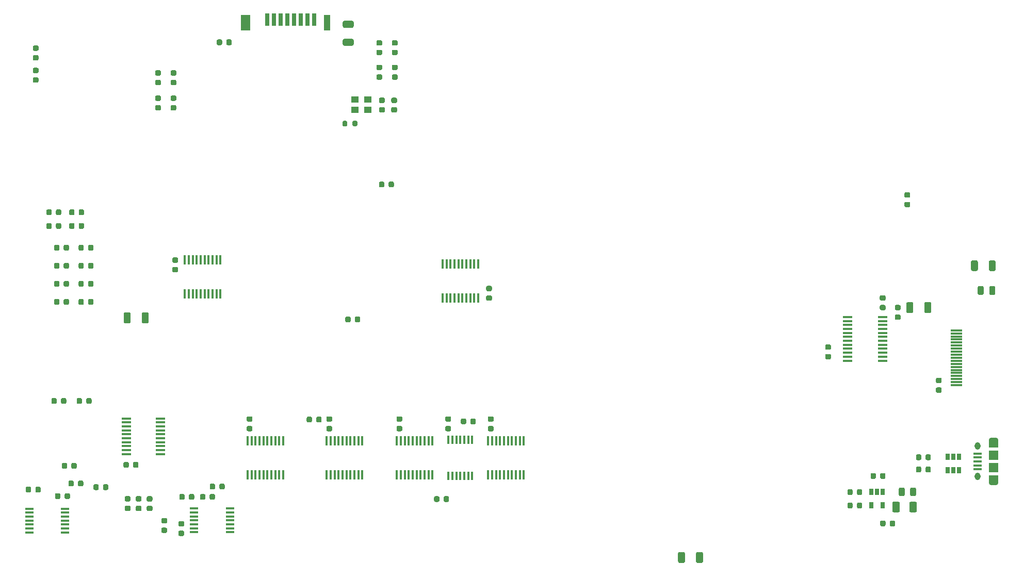
<source format=gbr>
G04 #@! TF.GenerationSoftware,KiCad,Pcbnew,5.1.9+dfsg1-1~bpo10+1*
G04 #@! TF.CreationDate,2023-04-02T14:24:10+02:00*
G04 #@! TF.ProjectId,nubus-to-ztex,6e756275-732d-4746-9f2d-7a7465782e6b,rev?*
G04 #@! TF.SameCoordinates,Original*
G04 #@! TF.FileFunction,Paste,Top*
G04 #@! TF.FilePolarity,Positive*
%FSLAX46Y46*%
G04 Gerber Fmt 4.6, Leading zero omitted, Abs format (unit mm)*
G04 Created by KiCad (PCBNEW 5.1.9+dfsg1-1~bpo10+1) date 2023-04-02 14:24:10*
%MOMM*%
%LPD*%
G01*
G04 APERTURE LIST*
%ADD10R,0.650000X1.060000*%
%ADD11O,0.950000X1.250000*%
%ADD12R,1.550000X1.200000*%
%ADD13O,1.550000X0.890000*%
%ADD14R,1.550000X1.500000*%
%ADD15R,1.350000X0.400000*%
%ADD16R,1.500000X2.600000*%
%ADD17R,1.000000X2.600000*%
%ADD18R,0.700000X2.000000*%
%ADD19R,1.300000X1.100000*%
%ADD20R,1.550000X0.450000*%
%ADD21R,0.450000X1.550000*%
%ADD22R,0.450000X1.450000*%
%ADD23R,1.450000X0.450000*%
%ADD24R,1.570000X0.410000*%
%ADD25R,1.900000X0.300000*%
G04 APERTURE END LIST*
D10*
X265400000Y-80495000D03*
X266350000Y-80495000D03*
X264450000Y-80495000D03*
X264450000Y-78295000D03*
X265400000Y-78295000D03*
X266350000Y-78295000D03*
G36*
G01*
X223175000Y-95500001D02*
X223175000Y-94199999D01*
G75*
G02*
X223424999Y-93950000I249999J0D01*
G01*
X224075001Y-93950000D01*
G75*
G02*
X224325000Y-94199999I0J-249999D01*
G01*
X224325000Y-95500001D01*
G75*
G02*
X224075001Y-95750000I-249999J0D01*
G01*
X223424999Y-95750000D01*
G75*
G02*
X223175000Y-95500001I0J249999D01*
G01*
G37*
G36*
G01*
X220225000Y-95500001D02*
X220225000Y-94199999D01*
G75*
G02*
X220474999Y-93950000I249999J0D01*
G01*
X221125001Y-93950000D01*
G75*
G02*
X221375000Y-94199999I0J-249999D01*
G01*
X221375000Y-95500001D01*
G75*
G02*
X221125001Y-95750000I-249999J0D01*
G01*
X220474999Y-95750000D01*
G75*
G02*
X220225000Y-95500001I0J249999D01*
G01*
G37*
G36*
G01*
X258850000Y-53159999D02*
X258850000Y-54460001D01*
G75*
G02*
X258600001Y-54710000I-249999J0D01*
G01*
X257949999Y-54710000D01*
G75*
G02*
X257700000Y-54460001I0J249999D01*
G01*
X257700000Y-53159999D01*
G75*
G02*
X257949999Y-52910000I249999J0D01*
G01*
X258600001Y-52910000D01*
G75*
G02*
X258850000Y-53159999I0J-249999D01*
G01*
G37*
G36*
G01*
X261800000Y-53159999D02*
X261800000Y-54460001D01*
G75*
G02*
X261550001Y-54710000I-249999J0D01*
G01*
X260899999Y-54710000D01*
G75*
G02*
X260650000Y-54460001I0J249999D01*
G01*
X260650000Y-53159999D01*
G75*
G02*
X260899999Y-52910000I249999J0D01*
G01*
X261550001Y-52910000D01*
G75*
G02*
X261800000Y-53159999I0J-249999D01*
G01*
G37*
G36*
G01*
X166750001Y-7865000D02*
X165449999Y-7865000D01*
G75*
G02*
X165200000Y-7615001I0J249999D01*
G01*
X165200000Y-6964999D01*
G75*
G02*
X165449999Y-6715000I249999J0D01*
G01*
X166750001Y-6715000D01*
G75*
G02*
X167000000Y-6964999I0J-249999D01*
G01*
X167000000Y-7615001D01*
G75*
G02*
X166750001Y-7865000I-249999J0D01*
G01*
G37*
G36*
G01*
X166750001Y-10815000D02*
X165449999Y-10815000D01*
G75*
G02*
X165200000Y-10565001I0J249999D01*
G01*
X165200000Y-9914999D01*
G75*
G02*
X165449999Y-9665000I249999J0D01*
G01*
X166750001Y-9665000D01*
G75*
G02*
X167000000Y-9914999I0J-249999D01*
G01*
X167000000Y-10565001D01*
G75*
G02*
X166750001Y-10815000I-249999J0D01*
G01*
G37*
G36*
G01*
X132200000Y-56150001D02*
X132200000Y-54849999D01*
G75*
G02*
X132449999Y-54600000I249999J0D01*
G01*
X133100001Y-54600000D01*
G75*
G02*
X133350000Y-54849999I0J-249999D01*
G01*
X133350000Y-56150001D01*
G75*
G02*
X133100001Y-56400000I-249999J0D01*
G01*
X132449999Y-56400000D01*
G75*
G02*
X132200000Y-56150001I0J249999D01*
G01*
G37*
G36*
G01*
X129250000Y-56150001D02*
X129250000Y-54849999D01*
G75*
G02*
X129499999Y-54600000I249999J0D01*
G01*
X130150001Y-54600000D01*
G75*
G02*
X130400000Y-54849999I0J-249999D01*
G01*
X130400000Y-56150001D01*
G75*
G02*
X130150001Y-56400000I-249999J0D01*
G01*
X129499999Y-56400000D01*
G75*
G02*
X129250000Y-56150001I0J249999D01*
G01*
G37*
D11*
X269350000Y-76570000D03*
X269350000Y-81570000D03*
D12*
X272050000Y-76170000D03*
X272050000Y-81970000D03*
D13*
X272050000Y-75570000D03*
D14*
X272050000Y-78070000D03*
X272050000Y-80070000D03*
D13*
X272050000Y-82570000D03*
D15*
X269350000Y-77770000D03*
X269350000Y-78420000D03*
X269350000Y-79070000D03*
X269350000Y-79720000D03*
X269350000Y-80370000D03*
D16*
X149250000Y-7050000D03*
D17*
X162600000Y-7050000D03*
D18*
X152800000Y-6550000D03*
X153900000Y-6550000D03*
X155000000Y-6550000D03*
X156100000Y-6550000D03*
X157200000Y-6550000D03*
X158300000Y-6550000D03*
X159400000Y-6550000D03*
X160500000Y-6550000D03*
D19*
X169310000Y-21325000D03*
X167210000Y-21325000D03*
X167210000Y-19675000D03*
X169310000Y-19675000D03*
G36*
G01*
X118130000Y-38414584D02*
X118130000Y-37902084D01*
G75*
G02*
X118348750Y-37683334I218750J0D01*
G01*
X118786250Y-37683334D01*
G75*
G02*
X119005000Y-37902084I0J-218750D01*
G01*
X119005000Y-38414584D01*
G75*
G02*
X118786250Y-38633334I-218750J0D01*
G01*
X118348750Y-38633334D01*
G75*
G02*
X118130000Y-38414584I0J218750D01*
G01*
G37*
G36*
G01*
X116555000Y-38414584D02*
X116555000Y-37902084D01*
G75*
G02*
X116773750Y-37683334I218750J0D01*
G01*
X117211250Y-37683334D01*
G75*
G02*
X117430000Y-37902084I0J-218750D01*
G01*
X117430000Y-38414584D01*
G75*
G02*
X117211250Y-38633334I-218750J0D01*
G01*
X116773750Y-38633334D01*
G75*
G02*
X116555000Y-38414584I0J218750D01*
G01*
G37*
G36*
G01*
X118130000Y-40666250D02*
X118130000Y-40153750D01*
G75*
G02*
X118348750Y-39935000I218750J0D01*
G01*
X118786250Y-39935000D01*
G75*
G02*
X119005000Y-40153750I0J-218750D01*
G01*
X119005000Y-40666250D01*
G75*
G02*
X118786250Y-40885000I-218750J0D01*
G01*
X118348750Y-40885000D01*
G75*
G02*
X118130000Y-40666250I0J218750D01*
G01*
G37*
G36*
G01*
X116555000Y-40666250D02*
X116555000Y-40153750D01*
G75*
G02*
X116773750Y-39935000I218750J0D01*
G01*
X117211250Y-39935000D01*
G75*
G02*
X117430000Y-40153750I0J-218750D01*
G01*
X117430000Y-40666250D01*
G75*
G02*
X117211250Y-40885000I-218750J0D01*
G01*
X116773750Y-40885000D01*
G75*
G02*
X116555000Y-40666250I0J218750D01*
G01*
G37*
G36*
G01*
X122702634Y-43720792D02*
X122702634Y-44233292D01*
G75*
G02*
X122483884Y-44452042I-218750J0D01*
G01*
X122046384Y-44452042D01*
G75*
G02*
X121827634Y-44233292I0J218750D01*
G01*
X121827634Y-43720792D01*
G75*
G02*
X122046384Y-43502042I218750J0D01*
G01*
X122483884Y-43502042D01*
G75*
G02*
X122702634Y-43720792I0J-218750D01*
G01*
G37*
G36*
G01*
X124277634Y-43720792D02*
X124277634Y-44233292D01*
G75*
G02*
X124058884Y-44452042I-218750J0D01*
G01*
X123621384Y-44452042D01*
G75*
G02*
X123402634Y-44233292I0J218750D01*
G01*
X123402634Y-43720792D01*
G75*
G02*
X123621384Y-43502042I218750J0D01*
G01*
X124058884Y-43502042D01*
G75*
G02*
X124277634Y-43720792I0J-218750D01*
G01*
G37*
G36*
G01*
X122702634Y-46687458D02*
X122702634Y-47199958D01*
G75*
G02*
X122483884Y-47418708I-218750J0D01*
G01*
X122046384Y-47418708D01*
G75*
G02*
X121827634Y-47199958I0J218750D01*
G01*
X121827634Y-46687458D01*
G75*
G02*
X122046384Y-46468708I218750J0D01*
G01*
X122483884Y-46468708D01*
G75*
G02*
X122702634Y-46687458I0J-218750D01*
G01*
G37*
G36*
G01*
X124277634Y-46687458D02*
X124277634Y-47199958D01*
G75*
G02*
X124058884Y-47418708I-218750J0D01*
G01*
X123621384Y-47418708D01*
G75*
G02*
X123402634Y-47199958I0J218750D01*
G01*
X123402634Y-46687458D01*
G75*
G02*
X123621384Y-46468708I218750J0D01*
G01*
X124058884Y-46468708D01*
G75*
G02*
X124277634Y-46687458I0J-218750D01*
G01*
G37*
G36*
G01*
X122702634Y-49654124D02*
X122702634Y-50166624D01*
G75*
G02*
X122483884Y-50385374I-218750J0D01*
G01*
X122046384Y-50385374D01*
G75*
G02*
X121827634Y-50166624I0J218750D01*
G01*
X121827634Y-49654124D01*
G75*
G02*
X122046384Y-49435374I218750J0D01*
G01*
X122483884Y-49435374D01*
G75*
G02*
X122702634Y-49654124I0J-218750D01*
G01*
G37*
G36*
G01*
X124277634Y-49654124D02*
X124277634Y-50166624D01*
G75*
G02*
X124058884Y-50385374I-218750J0D01*
G01*
X123621384Y-50385374D01*
G75*
G02*
X123402634Y-50166624I0J218750D01*
G01*
X123402634Y-49654124D01*
G75*
G02*
X123621384Y-49435374I218750J0D01*
G01*
X124058884Y-49435374D01*
G75*
G02*
X124277634Y-49654124I0J-218750D01*
G01*
G37*
G36*
G01*
X122702634Y-52620792D02*
X122702634Y-53133292D01*
G75*
G02*
X122483884Y-53352042I-218750J0D01*
G01*
X122046384Y-53352042D01*
G75*
G02*
X121827634Y-53133292I0J218750D01*
G01*
X121827634Y-52620792D01*
G75*
G02*
X122046384Y-52402042I218750J0D01*
G01*
X122483884Y-52402042D01*
G75*
G02*
X122702634Y-52620792I0J-218750D01*
G01*
G37*
G36*
G01*
X124277634Y-52620792D02*
X124277634Y-53133292D01*
G75*
G02*
X124058884Y-53352042I-218750J0D01*
G01*
X123621384Y-53352042D01*
G75*
G02*
X123402634Y-53133292I0J218750D01*
G01*
X123402634Y-52620792D01*
G75*
G02*
X123621384Y-52402042I218750J0D01*
G01*
X124058884Y-52402042D01*
G75*
G02*
X124277634Y-52620792I0J-218750D01*
G01*
G37*
G36*
G01*
X170947939Y-11481035D02*
X171460439Y-11481035D01*
G75*
G02*
X171679189Y-11699785I0J-218750D01*
G01*
X171679189Y-12137285D01*
G75*
G02*
X171460439Y-12356035I-218750J0D01*
G01*
X170947939Y-12356035D01*
G75*
G02*
X170729189Y-12137285I0J218750D01*
G01*
X170729189Y-11699785D01*
G75*
G02*
X170947939Y-11481035I218750J0D01*
G01*
G37*
G36*
G01*
X170947939Y-9906035D02*
X171460439Y-9906035D01*
G75*
G02*
X171679189Y-10124785I0J-218750D01*
G01*
X171679189Y-10562285D01*
G75*
G02*
X171460439Y-10781035I-218750J0D01*
G01*
X170947939Y-10781035D01*
G75*
G02*
X170729189Y-10562285I0J218750D01*
G01*
X170729189Y-10124785D01*
G75*
G02*
X170947939Y-9906035I218750J0D01*
G01*
G37*
G36*
G01*
X173487939Y-11481035D02*
X174000439Y-11481035D01*
G75*
G02*
X174219189Y-11699785I0J-218750D01*
G01*
X174219189Y-12137285D01*
G75*
G02*
X174000439Y-12356035I-218750J0D01*
G01*
X173487939Y-12356035D01*
G75*
G02*
X173269189Y-12137285I0J218750D01*
G01*
X173269189Y-11699785D01*
G75*
G02*
X173487939Y-11481035I218750J0D01*
G01*
G37*
G36*
G01*
X173487939Y-9906035D02*
X174000439Y-9906035D01*
G75*
G02*
X174219189Y-10124785I0J-218750D01*
G01*
X174219189Y-10562285D01*
G75*
G02*
X174000439Y-10781035I-218750J0D01*
G01*
X173487939Y-10781035D01*
G75*
G02*
X173269189Y-10562285I0J218750D01*
G01*
X173269189Y-10124785D01*
G75*
G02*
X173487939Y-9906035I218750J0D01*
G01*
G37*
G36*
G01*
X122410000Y-68893750D02*
X122410000Y-69406250D01*
G75*
G02*
X122191250Y-69625000I-218750J0D01*
G01*
X121753750Y-69625000D01*
G75*
G02*
X121535000Y-69406250I0J218750D01*
G01*
X121535000Y-68893750D01*
G75*
G02*
X121753750Y-68675000I218750J0D01*
G01*
X122191250Y-68675000D01*
G75*
G02*
X122410000Y-68893750I0J-218750D01*
G01*
G37*
G36*
G01*
X123985000Y-68893750D02*
X123985000Y-69406250D01*
G75*
G02*
X123766250Y-69625000I-218750J0D01*
G01*
X123328750Y-69625000D01*
G75*
G02*
X123110000Y-69406250I0J218750D01*
G01*
X123110000Y-68893750D01*
G75*
G02*
X123328750Y-68675000I218750J0D01*
G01*
X123766250Y-68675000D01*
G75*
G02*
X123985000Y-68893750I0J-218750D01*
G01*
G37*
G36*
G01*
X137666250Y-19860293D02*
X137153750Y-19860293D01*
G75*
G02*
X136935000Y-19641543I0J218750D01*
G01*
X136935000Y-19204043D01*
G75*
G02*
X137153750Y-18985293I218750J0D01*
G01*
X137666250Y-18985293D01*
G75*
G02*
X137885000Y-19204043I0J-218750D01*
G01*
X137885000Y-19641543D01*
G75*
G02*
X137666250Y-19860293I-218750J0D01*
G01*
G37*
G36*
G01*
X137666250Y-21435293D02*
X137153750Y-21435293D01*
G75*
G02*
X136935000Y-21216543I0J218750D01*
G01*
X136935000Y-20779043D01*
G75*
G02*
X137153750Y-20560293I218750J0D01*
G01*
X137666250Y-20560293D01*
G75*
G02*
X137885000Y-20779043I0J-218750D01*
G01*
X137885000Y-21216543D01*
G75*
G02*
X137666250Y-21435293I-218750J0D01*
G01*
G37*
G36*
G01*
X135136250Y-19860293D02*
X134623750Y-19860293D01*
G75*
G02*
X134405000Y-19641543I0J218750D01*
G01*
X134405000Y-19204043D01*
G75*
G02*
X134623750Y-18985293I218750J0D01*
G01*
X135136250Y-18985293D01*
G75*
G02*
X135355000Y-19204043I0J-218750D01*
G01*
X135355000Y-19641543D01*
G75*
G02*
X135136250Y-19860293I-218750J0D01*
G01*
G37*
G36*
G01*
X135136250Y-21435293D02*
X134623750Y-21435293D01*
G75*
G02*
X134405000Y-21216543I0J218750D01*
G01*
X134405000Y-20779043D01*
G75*
G02*
X134623750Y-20560293I218750J0D01*
G01*
X135136250Y-20560293D01*
G75*
G02*
X135355000Y-20779043I0J-218750D01*
G01*
X135355000Y-21216543D01*
G75*
G02*
X135136250Y-21435293I-218750J0D01*
G01*
G37*
G36*
G01*
X115056250Y-15300000D02*
X114543750Y-15300000D01*
G75*
G02*
X114325000Y-15081250I0J218750D01*
G01*
X114325000Y-14643750D01*
G75*
G02*
X114543750Y-14425000I218750J0D01*
G01*
X115056250Y-14425000D01*
G75*
G02*
X115275000Y-14643750I0J-218750D01*
G01*
X115275000Y-15081250D01*
G75*
G02*
X115056250Y-15300000I-218750J0D01*
G01*
G37*
G36*
G01*
X115056250Y-16875000D02*
X114543750Y-16875000D01*
G75*
G02*
X114325000Y-16656250I0J218750D01*
G01*
X114325000Y-16218750D01*
G75*
G02*
X114543750Y-16000000I218750J0D01*
G01*
X115056250Y-16000000D01*
G75*
G02*
X115275000Y-16218750I0J-218750D01*
G01*
X115275000Y-16656250D01*
G75*
G02*
X115056250Y-16875000I-218750J0D01*
G01*
G37*
G36*
G01*
X269437500Y-46304997D02*
X269437500Y-47555003D01*
G75*
G02*
X269187503Y-47805000I-249997J0D01*
G01*
X268562497Y-47805000D01*
G75*
G02*
X268312500Y-47555003I0J249997D01*
G01*
X268312500Y-46304997D01*
G75*
G02*
X268562497Y-46055000I249997J0D01*
G01*
X269187503Y-46055000D01*
G75*
G02*
X269437500Y-46304997I0J-249997D01*
G01*
G37*
G36*
G01*
X272362500Y-46304997D02*
X272362500Y-47555003D01*
G75*
G02*
X272112503Y-47805000I-249997J0D01*
G01*
X271487497Y-47805000D01*
G75*
G02*
X271237500Y-47555003I0J249997D01*
G01*
X271237500Y-46304997D01*
G75*
G02*
X271487497Y-46055000I249997J0D01*
G01*
X272112503Y-46055000D01*
G75*
G02*
X272362500Y-46304997I0J-249997D01*
G01*
G37*
G36*
G01*
X166810000Y-23875000D02*
X166810000Y-23325000D01*
G75*
G02*
X167010000Y-23125000I200000J0D01*
G01*
X167410000Y-23125000D01*
G75*
G02*
X167610000Y-23325000I0J-200000D01*
G01*
X167610000Y-23875000D01*
G75*
G02*
X167410000Y-24075000I-200000J0D01*
G01*
X167010000Y-24075000D01*
G75*
G02*
X166810000Y-23875000I0J200000D01*
G01*
G37*
G36*
G01*
X165160000Y-23875000D02*
X165160000Y-23325000D01*
G75*
G02*
X165360000Y-23125000I200000J0D01*
G01*
X165760000Y-23125000D01*
G75*
G02*
X165960000Y-23325000I0J-200000D01*
G01*
X165960000Y-23875000D01*
G75*
G02*
X165760000Y-24075000I-200000J0D01*
G01*
X165360000Y-24075000D01*
G75*
G02*
X165160000Y-23875000I0J200000D01*
G01*
G37*
G36*
G01*
X171885000Y-20225000D02*
X171385000Y-20225000D01*
G75*
G02*
X171160000Y-20000000I0J225000D01*
G01*
X171160000Y-19550000D01*
G75*
G02*
X171385000Y-19325000I225000J0D01*
G01*
X171885000Y-19325000D01*
G75*
G02*
X172110000Y-19550000I0J-225000D01*
G01*
X172110000Y-20000000D01*
G75*
G02*
X171885000Y-20225000I-225000J0D01*
G01*
G37*
G36*
G01*
X171885000Y-21775000D02*
X171385000Y-21775000D01*
G75*
G02*
X171160000Y-21550000I0J225000D01*
G01*
X171160000Y-21100000D01*
G75*
G02*
X171385000Y-20875000I225000J0D01*
G01*
X171885000Y-20875000D01*
G75*
G02*
X172110000Y-21100000I0J-225000D01*
G01*
X172110000Y-21550000D01*
G75*
G02*
X171885000Y-21775000I-225000J0D01*
G01*
G37*
G36*
G01*
X173885000Y-20225000D02*
X173385000Y-20225000D01*
G75*
G02*
X173160000Y-20000000I0J225000D01*
G01*
X173160000Y-19550000D01*
G75*
G02*
X173385000Y-19325000I225000J0D01*
G01*
X173885000Y-19325000D01*
G75*
G02*
X174110000Y-19550000I0J-225000D01*
G01*
X174110000Y-20000000D01*
G75*
G02*
X173885000Y-20225000I-225000J0D01*
G01*
G37*
G36*
G01*
X173885000Y-21775000D02*
X173385000Y-21775000D01*
G75*
G02*
X173160000Y-21550000I0J225000D01*
G01*
X173160000Y-21100000D01*
G75*
G02*
X173385000Y-20875000I225000J0D01*
G01*
X173885000Y-20875000D01*
G75*
G02*
X174110000Y-21100000I0J-225000D01*
G01*
X174110000Y-21550000D01*
G75*
G02*
X173885000Y-21775000I-225000J0D01*
G01*
G37*
G36*
G01*
X270400000Y-50525000D02*
X270400000Y-51475000D01*
G75*
G02*
X270150000Y-51725000I-250000J0D01*
G01*
X269650000Y-51725000D01*
G75*
G02*
X269400000Y-51475000I0J250000D01*
G01*
X269400000Y-50525000D01*
G75*
G02*
X269650000Y-50275000I250000J0D01*
G01*
X270150000Y-50275000D01*
G75*
G02*
X270400000Y-50525000I0J-250000D01*
G01*
G37*
G36*
G01*
X272300000Y-50525000D02*
X272300000Y-51475000D01*
G75*
G02*
X272050000Y-51725000I-250000J0D01*
G01*
X271550000Y-51725000D01*
G75*
G02*
X271300000Y-51475000I0J250000D01*
G01*
X271300000Y-50525000D01*
G75*
G02*
X271550000Y-50275000I250000J0D01*
G01*
X272050000Y-50275000D01*
G75*
G02*
X272300000Y-50525000I0J-250000D01*
G01*
G37*
G36*
G01*
X129215000Y-79896250D02*
X129215000Y-79383750D01*
G75*
G02*
X129433750Y-79165000I218750J0D01*
G01*
X129871250Y-79165000D01*
G75*
G02*
X130090000Y-79383750I0J-218750D01*
G01*
X130090000Y-79896250D01*
G75*
G02*
X129871250Y-80115000I-218750J0D01*
G01*
X129433750Y-80115000D01*
G75*
G02*
X129215000Y-79896250I0J218750D01*
G01*
G37*
G36*
G01*
X130790000Y-79896250D02*
X130790000Y-79383750D01*
G75*
G02*
X131008750Y-79165000I218750J0D01*
G01*
X131446250Y-79165000D01*
G75*
G02*
X131665000Y-79383750I0J-218750D01*
G01*
X131665000Y-79896250D01*
G75*
G02*
X131446250Y-80115000I-218750J0D01*
G01*
X131008750Y-80115000D01*
G75*
G02*
X130790000Y-79896250I0J218750D01*
G01*
G37*
D20*
X135250000Y-77865000D03*
X135250000Y-77215000D03*
X135250000Y-76565000D03*
X135250000Y-75915000D03*
X135250000Y-75265000D03*
X135250000Y-74615000D03*
X135250000Y-73965000D03*
X135250000Y-73315000D03*
X135250000Y-72665000D03*
X135250000Y-72015000D03*
X129650000Y-72015000D03*
X129650000Y-72665000D03*
X129650000Y-73315000D03*
X129650000Y-73965000D03*
X129650000Y-74615000D03*
X129650000Y-75265000D03*
X129650000Y-75915000D03*
X129650000Y-76565000D03*
X129650000Y-77215000D03*
X129650000Y-77865000D03*
G36*
G01*
X189467621Y-52687953D02*
X188955121Y-52687953D01*
G75*
G02*
X188736371Y-52469203I0J218750D01*
G01*
X188736371Y-52031703D01*
G75*
G02*
X188955121Y-51812953I218750J0D01*
G01*
X189467621Y-51812953D01*
G75*
G02*
X189686371Y-52031703I0J-218750D01*
G01*
X189686371Y-52469203D01*
G75*
G02*
X189467621Y-52687953I-218750J0D01*
G01*
G37*
G36*
G01*
X189467621Y-51112953D02*
X188955121Y-51112953D01*
G75*
G02*
X188736371Y-50894203I0J218750D01*
G01*
X188736371Y-50456703D01*
G75*
G02*
X188955121Y-50237953I218750J0D01*
G01*
X189467621Y-50237953D01*
G75*
G02*
X189686371Y-50456703I0J-218750D01*
G01*
X189686371Y-50894203D01*
G75*
G02*
X189467621Y-51112953I-218750J0D01*
G01*
G37*
D21*
X187436371Y-46662953D03*
X186786371Y-46662953D03*
X186136371Y-46662953D03*
X185486371Y-46662953D03*
X184836371Y-46662953D03*
X184186371Y-46662953D03*
X183536371Y-46662953D03*
X182886371Y-46662953D03*
X182236371Y-46662953D03*
X181586371Y-46662953D03*
X181586371Y-52262953D03*
X182236371Y-52262953D03*
X182886371Y-52262953D03*
X183536371Y-52262953D03*
X184186371Y-52262953D03*
X184836371Y-52262953D03*
X185486371Y-52262953D03*
X186136371Y-52262953D03*
X186786371Y-52262953D03*
X187436371Y-52262953D03*
G36*
G01*
X258106250Y-37327500D02*
X257593750Y-37327500D01*
G75*
G02*
X257375000Y-37108750I0J218750D01*
G01*
X257375000Y-36671250D01*
G75*
G02*
X257593750Y-36452500I218750J0D01*
G01*
X258106250Y-36452500D01*
G75*
G02*
X258325000Y-36671250I0J-218750D01*
G01*
X258325000Y-37108750D01*
G75*
G02*
X258106250Y-37327500I-218750J0D01*
G01*
G37*
G36*
G01*
X258106250Y-35752500D02*
X257593750Y-35752500D01*
G75*
G02*
X257375000Y-35533750I0J218750D01*
G01*
X257375000Y-35096250D01*
G75*
G02*
X257593750Y-34877500I218750J0D01*
G01*
X258106250Y-34877500D01*
G75*
G02*
X258325000Y-35096250I0J-218750D01*
G01*
X258325000Y-35533750D01*
G75*
G02*
X258106250Y-35752500I-218750J0D01*
G01*
G37*
G36*
G01*
X134623750Y-14835293D02*
X135136250Y-14835293D01*
G75*
G02*
X135355000Y-15054043I0J-218750D01*
G01*
X135355000Y-15491543D01*
G75*
G02*
X135136250Y-15710293I-218750J0D01*
G01*
X134623750Y-15710293D01*
G75*
G02*
X134405000Y-15491543I0J218750D01*
G01*
X134405000Y-15054043D01*
G75*
G02*
X134623750Y-14835293I218750J0D01*
G01*
G37*
G36*
G01*
X134623750Y-16410293D02*
X135136250Y-16410293D01*
G75*
G02*
X135355000Y-16629043I0J-218750D01*
G01*
X135355000Y-17066543D01*
G75*
G02*
X135136250Y-17285293I-218750J0D01*
G01*
X134623750Y-17285293D01*
G75*
G02*
X134405000Y-17066543I0J218750D01*
G01*
X134405000Y-16629043D01*
G75*
G02*
X134623750Y-16410293I218750J0D01*
G01*
G37*
G36*
G01*
X137163750Y-16410293D02*
X137676250Y-16410293D01*
G75*
G02*
X137895000Y-16629043I0J-218750D01*
G01*
X137895000Y-17066543D01*
G75*
G02*
X137676250Y-17285293I-218750J0D01*
G01*
X137163750Y-17285293D01*
G75*
G02*
X136945000Y-17066543I0J218750D01*
G01*
X136945000Y-16629043D01*
G75*
G02*
X137163750Y-16410293I218750J0D01*
G01*
G37*
G36*
G01*
X137163750Y-14835293D02*
X137676250Y-14835293D01*
G75*
G02*
X137895000Y-15054043I0J-218750D01*
G01*
X137895000Y-15491543D01*
G75*
G02*
X137676250Y-15710293I-218750J0D01*
G01*
X137163750Y-15710293D01*
G75*
G02*
X136945000Y-15491543I0J218750D01*
G01*
X136945000Y-15054043D01*
G75*
G02*
X137163750Y-14835293I218750J0D01*
G01*
G37*
G36*
G01*
X117385000Y-69406250D02*
X117385000Y-68893750D01*
G75*
G02*
X117603750Y-68675000I218750J0D01*
G01*
X118041250Y-68675000D01*
G75*
G02*
X118260000Y-68893750I0J-218750D01*
G01*
X118260000Y-69406250D01*
G75*
G02*
X118041250Y-69625000I-218750J0D01*
G01*
X117603750Y-69625000D01*
G75*
G02*
X117385000Y-69406250I0J218750D01*
G01*
G37*
G36*
G01*
X118960000Y-69406250D02*
X118960000Y-68893750D01*
G75*
G02*
X119178750Y-68675000I218750J0D01*
G01*
X119616250Y-68675000D01*
G75*
G02*
X119835000Y-68893750I0J-218750D01*
G01*
X119835000Y-69406250D01*
G75*
G02*
X119616250Y-69625000I-218750J0D01*
G01*
X119178750Y-69625000D01*
G75*
G02*
X118960000Y-69406250I0J218750D01*
G01*
G37*
G36*
G01*
X174000439Y-14811035D02*
X173487939Y-14811035D01*
G75*
G02*
X173269189Y-14592285I0J218750D01*
G01*
X173269189Y-14154785D01*
G75*
G02*
X173487939Y-13936035I218750J0D01*
G01*
X174000439Y-13936035D01*
G75*
G02*
X174219189Y-14154785I0J-218750D01*
G01*
X174219189Y-14592285D01*
G75*
G02*
X174000439Y-14811035I-218750J0D01*
G01*
G37*
G36*
G01*
X174000439Y-16386035D02*
X173487939Y-16386035D01*
G75*
G02*
X173269189Y-16167285I0J218750D01*
G01*
X173269189Y-15729785D01*
G75*
G02*
X173487939Y-15511035I218750J0D01*
G01*
X174000439Y-15511035D01*
G75*
G02*
X174219189Y-15729785I0J-218750D01*
G01*
X174219189Y-16167285D01*
G75*
G02*
X174000439Y-16386035I-218750J0D01*
G01*
G37*
G36*
G01*
X171460439Y-16386035D02*
X170947939Y-16386035D01*
G75*
G02*
X170729189Y-16167285I0J218750D01*
G01*
X170729189Y-15729785D01*
G75*
G02*
X170947939Y-15511035I218750J0D01*
G01*
X171460439Y-15511035D01*
G75*
G02*
X171679189Y-15729785I0J-218750D01*
G01*
X171679189Y-16167285D01*
G75*
G02*
X171460439Y-16386035I-218750J0D01*
G01*
G37*
G36*
G01*
X171460439Y-14811035D02*
X170947939Y-14811035D01*
G75*
G02*
X170729189Y-14592285I0J218750D01*
G01*
X170729189Y-14154785D01*
G75*
G02*
X170947939Y-13936035I218750J0D01*
G01*
X171460439Y-13936035D01*
G75*
G02*
X171679189Y-14154785I0J-218750D01*
G01*
X171679189Y-14592285D01*
G75*
G02*
X171460439Y-14811035I-218750J0D01*
G01*
G37*
X139275000Y-51600000D03*
X139925000Y-51600000D03*
X140575000Y-51600000D03*
X141225000Y-51600000D03*
X141875000Y-51600000D03*
X142525000Y-51600000D03*
X143175000Y-51600000D03*
X143825000Y-51600000D03*
X144475000Y-51600000D03*
X145125000Y-51600000D03*
X145125000Y-46000000D03*
X144475000Y-46000000D03*
X143825000Y-46000000D03*
X143175000Y-46000000D03*
X142525000Y-46000000D03*
X141875000Y-46000000D03*
X141225000Y-46000000D03*
X140575000Y-46000000D03*
X139925000Y-46000000D03*
X139275000Y-46000000D03*
G36*
G01*
X146975000Y-9993750D02*
X146975000Y-10506250D01*
G75*
G02*
X146756250Y-10725000I-218750J0D01*
G01*
X146318750Y-10725000D01*
G75*
G02*
X146100000Y-10506250I0J218750D01*
G01*
X146100000Y-9993750D01*
G75*
G02*
X146318750Y-9775000I218750J0D01*
G01*
X146756250Y-9775000D01*
G75*
G02*
X146975000Y-9993750I0J-218750D01*
G01*
G37*
G36*
G01*
X145400000Y-9993750D02*
X145400000Y-10506250D01*
G75*
G02*
X145181250Y-10725000I-218750J0D01*
G01*
X144743750Y-10725000D01*
G75*
G02*
X144525000Y-10506250I0J218750D01*
G01*
X144525000Y-9993750D01*
G75*
G02*
X144743750Y-9775000I218750J0D01*
G01*
X145181250Y-9775000D01*
G75*
G02*
X145400000Y-9993750I0J-218750D01*
G01*
G37*
G36*
G01*
X137443750Y-45575000D02*
X137956250Y-45575000D01*
G75*
G02*
X138175000Y-45793750I0J-218750D01*
G01*
X138175000Y-46231250D01*
G75*
G02*
X137956250Y-46450000I-218750J0D01*
G01*
X137443750Y-46450000D01*
G75*
G02*
X137225000Y-46231250I0J218750D01*
G01*
X137225000Y-45793750D01*
G75*
G02*
X137443750Y-45575000I218750J0D01*
G01*
G37*
G36*
G01*
X137443750Y-47150000D02*
X137956250Y-47150000D01*
G75*
G02*
X138175000Y-47368750I0J-218750D01*
G01*
X138175000Y-47806250D01*
G75*
G02*
X137956250Y-48025000I-218750J0D01*
G01*
X137443750Y-48025000D01*
G75*
G02*
X137225000Y-47806250I0J218750D01*
G01*
X137225000Y-47368750D01*
G75*
G02*
X137443750Y-47150000I218750J0D01*
G01*
G37*
G36*
G01*
X114050000Y-83443750D02*
X114050000Y-83956250D01*
G75*
G02*
X113831250Y-84175000I-218750J0D01*
G01*
X113393750Y-84175000D01*
G75*
G02*
X113175000Y-83956250I0J218750D01*
G01*
X113175000Y-83443750D01*
G75*
G02*
X113393750Y-83225000I218750J0D01*
G01*
X113831250Y-83225000D01*
G75*
G02*
X114050000Y-83443750I0J-218750D01*
G01*
G37*
G36*
G01*
X115625000Y-83443750D02*
X115625000Y-83956250D01*
G75*
G02*
X115406250Y-84175000I-218750J0D01*
G01*
X114968750Y-84175000D01*
G75*
G02*
X114750000Y-83956250I0J218750D01*
G01*
X114750000Y-83443750D01*
G75*
G02*
X114968750Y-83225000I218750J0D01*
G01*
X115406250Y-83225000D01*
G75*
G02*
X115625000Y-83443750I0J-218750D01*
G01*
G37*
G36*
G01*
X119075000Y-80056250D02*
X119075000Y-79543750D01*
G75*
G02*
X119293750Y-79325000I218750J0D01*
G01*
X119731250Y-79325000D01*
G75*
G02*
X119950000Y-79543750I0J-218750D01*
G01*
X119950000Y-80056250D01*
G75*
G02*
X119731250Y-80275000I-218750J0D01*
G01*
X119293750Y-80275000D01*
G75*
G02*
X119075000Y-80056250I0J218750D01*
G01*
G37*
G36*
G01*
X120650000Y-80056250D02*
X120650000Y-79543750D01*
G75*
G02*
X120868750Y-79325000I218750J0D01*
G01*
X121306250Y-79325000D01*
G75*
G02*
X121525000Y-79543750I0J-218750D01*
G01*
X121525000Y-80056250D01*
G75*
G02*
X121306250Y-80275000I-218750J0D01*
G01*
X120868750Y-80275000D01*
G75*
G02*
X120650000Y-80056250I0J218750D01*
G01*
G37*
G36*
G01*
X125150000Y-83043750D02*
X125150000Y-83556250D01*
G75*
G02*
X124931250Y-83775000I-218750J0D01*
G01*
X124493750Y-83775000D01*
G75*
G02*
X124275000Y-83556250I0J218750D01*
G01*
X124275000Y-83043750D01*
G75*
G02*
X124493750Y-82825000I218750J0D01*
G01*
X124931250Y-82825000D01*
G75*
G02*
X125150000Y-83043750I0J-218750D01*
G01*
G37*
G36*
G01*
X126725000Y-83043750D02*
X126725000Y-83556250D01*
G75*
G02*
X126506250Y-83775000I-218750J0D01*
G01*
X126068750Y-83775000D01*
G75*
G02*
X125850000Y-83556250I0J218750D01*
G01*
X125850000Y-83043750D01*
G75*
G02*
X126068750Y-82825000I218750J0D01*
G01*
X126506250Y-82825000D01*
G75*
G02*
X126725000Y-83043750I0J-218750D01*
G01*
G37*
G36*
G01*
X120175000Y-82956250D02*
X120175000Y-82443750D01*
G75*
G02*
X120393750Y-82225000I218750J0D01*
G01*
X120831250Y-82225000D01*
G75*
G02*
X121050000Y-82443750I0J-218750D01*
G01*
X121050000Y-82956250D01*
G75*
G02*
X120831250Y-83175000I-218750J0D01*
G01*
X120393750Y-83175000D01*
G75*
G02*
X120175000Y-82956250I0J218750D01*
G01*
G37*
G36*
G01*
X121750000Y-82956250D02*
X121750000Y-82443750D01*
G75*
G02*
X121968750Y-82225000I218750J0D01*
G01*
X122406250Y-82225000D01*
G75*
G02*
X122625000Y-82443750I0J-218750D01*
G01*
X122625000Y-82956250D01*
G75*
G02*
X122406250Y-83175000I-218750J0D01*
G01*
X121968750Y-83175000D01*
G75*
G02*
X121750000Y-82956250I0J218750D01*
G01*
G37*
G36*
G01*
X181762661Y-85511747D02*
X181762661Y-84999247D01*
G75*
G02*
X181981411Y-84780497I218750J0D01*
G01*
X182418911Y-84780497D01*
G75*
G02*
X182637661Y-84999247I0J-218750D01*
G01*
X182637661Y-85511747D01*
G75*
G02*
X182418911Y-85730497I-218750J0D01*
G01*
X181981411Y-85730497D01*
G75*
G02*
X181762661Y-85511747I0J218750D01*
G01*
G37*
G36*
G01*
X180187661Y-85511747D02*
X180187661Y-84999247D01*
G75*
G02*
X180406411Y-84780497I218750J0D01*
G01*
X180843911Y-84780497D01*
G75*
G02*
X181062661Y-84999247I0J-218750D01*
G01*
X181062661Y-85511747D01*
G75*
G02*
X180843911Y-85730497I-218750J0D01*
G01*
X180406411Y-85730497D01*
G75*
G02*
X180187661Y-85511747I0J218750D01*
G01*
G37*
G36*
G01*
X187025000Y-72243750D02*
X187025000Y-72756250D01*
G75*
G02*
X186806250Y-72975000I-218750J0D01*
G01*
X186368750Y-72975000D01*
G75*
G02*
X186150000Y-72756250I0J218750D01*
G01*
X186150000Y-72243750D01*
G75*
G02*
X186368750Y-72025000I218750J0D01*
G01*
X186806250Y-72025000D01*
G75*
G02*
X187025000Y-72243750I0J-218750D01*
G01*
G37*
G36*
G01*
X185450000Y-72243750D02*
X185450000Y-72756250D01*
G75*
G02*
X185231250Y-72975000I-218750J0D01*
G01*
X184793750Y-72975000D01*
G75*
G02*
X184575000Y-72756250I0J218750D01*
G01*
X184575000Y-72243750D01*
G75*
G02*
X184793750Y-72025000I218750J0D01*
G01*
X185231250Y-72025000D01*
G75*
G02*
X185450000Y-72243750I0J-218750D01*
G01*
G37*
G36*
G01*
X142650000Y-84643750D02*
X142650000Y-85156250D01*
G75*
G02*
X142431250Y-85375000I-218750J0D01*
G01*
X141993750Y-85375000D01*
G75*
G02*
X141775000Y-85156250I0J218750D01*
G01*
X141775000Y-84643750D01*
G75*
G02*
X141993750Y-84425000I218750J0D01*
G01*
X142431250Y-84425000D01*
G75*
G02*
X142650000Y-84643750I0J-218750D01*
G01*
G37*
G36*
G01*
X144225000Y-84643750D02*
X144225000Y-85156250D01*
G75*
G02*
X144006250Y-85375000I-218750J0D01*
G01*
X143568750Y-85375000D01*
G75*
G02*
X143350000Y-85156250I0J218750D01*
G01*
X143350000Y-84643750D01*
G75*
G02*
X143568750Y-84425000I218750J0D01*
G01*
X144006250Y-84425000D01*
G75*
G02*
X144225000Y-84643750I0J-218750D01*
G01*
G37*
G36*
G01*
X143375000Y-83456250D02*
X143375000Y-82943750D01*
G75*
G02*
X143593750Y-82725000I218750J0D01*
G01*
X144031250Y-82725000D01*
G75*
G02*
X144250000Y-82943750I0J-218750D01*
G01*
X144250000Y-83456250D01*
G75*
G02*
X144031250Y-83675000I-218750J0D01*
G01*
X143593750Y-83675000D01*
G75*
G02*
X143375000Y-83456250I0J218750D01*
G01*
G37*
G36*
G01*
X144950000Y-83456250D02*
X144950000Y-82943750D01*
G75*
G02*
X145168750Y-82725000I218750J0D01*
G01*
X145606250Y-82725000D01*
G75*
G02*
X145825000Y-82943750I0J-218750D01*
G01*
X145825000Y-83456250D01*
G75*
G02*
X145606250Y-83675000I-218750J0D01*
G01*
X145168750Y-83675000D01*
G75*
G02*
X144950000Y-83456250I0J218750D01*
G01*
G37*
G36*
G01*
X136156250Y-89250000D02*
X135643750Y-89250000D01*
G75*
G02*
X135425000Y-89031250I0J218750D01*
G01*
X135425000Y-88593750D01*
G75*
G02*
X135643750Y-88375000I218750J0D01*
G01*
X136156250Y-88375000D01*
G75*
G02*
X136375000Y-88593750I0J-218750D01*
G01*
X136375000Y-89031250D01*
G75*
G02*
X136156250Y-89250000I-218750J0D01*
G01*
G37*
G36*
G01*
X136156250Y-90825000D02*
X135643750Y-90825000D01*
G75*
G02*
X135425000Y-90606250I0J218750D01*
G01*
X135425000Y-90168750D01*
G75*
G02*
X135643750Y-89950000I218750J0D01*
G01*
X136156250Y-89950000D01*
G75*
G02*
X136375000Y-90168750I0J-218750D01*
G01*
X136375000Y-90606250D01*
G75*
G02*
X136156250Y-90825000I-218750J0D01*
G01*
G37*
G36*
G01*
X140825000Y-84643750D02*
X140825000Y-85156250D01*
G75*
G02*
X140606250Y-85375000I-218750J0D01*
G01*
X140168750Y-85375000D01*
G75*
G02*
X139950000Y-85156250I0J218750D01*
G01*
X139950000Y-84643750D01*
G75*
G02*
X140168750Y-84425000I218750J0D01*
G01*
X140606250Y-84425000D01*
G75*
G02*
X140825000Y-84643750I0J-218750D01*
G01*
G37*
G36*
G01*
X139250000Y-84643750D02*
X139250000Y-85156250D01*
G75*
G02*
X139031250Y-85375000I-218750J0D01*
G01*
X138593750Y-85375000D01*
G75*
G02*
X138375000Y-85156250I0J218750D01*
G01*
X138375000Y-84643750D01*
G75*
G02*
X138593750Y-84425000I218750J0D01*
G01*
X139031250Y-84425000D01*
G75*
G02*
X139250000Y-84643750I0J-218750D01*
G01*
G37*
G36*
G01*
X114543750Y-10775000D02*
X115056250Y-10775000D01*
G75*
G02*
X115275000Y-10993750I0J-218750D01*
G01*
X115275000Y-11431250D01*
G75*
G02*
X115056250Y-11650000I-218750J0D01*
G01*
X114543750Y-11650000D01*
G75*
G02*
X114325000Y-11431250I0J218750D01*
G01*
X114325000Y-10993750D01*
G75*
G02*
X114543750Y-10775000I218750J0D01*
G01*
G37*
G36*
G01*
X114543750Y-12350000D02*
X115056250Y-12350000D01*
G75*
G02*
X115275000Y-12568750I0J-218750D01*
G01*
X115275000Y-13006250D01*
G75*
G02*
X115056250Y-13225000I-218750J0D01*
G01*
X114543750Y-13225000D01*
G75*
G02*
X114325000Y-13006250I0J218750D01*
G01*
X114325000Y-12568750D01*
G75*
G02*
X114543750Y-12350000I218750J0D01*
G01*
G37*
G36*
G01*
X182756250Y-74125000D02*
X182243750Y-74125000D01*
G75*
G02*
X182025000Y-73906250I0J218750D01*
G01*
X182025000Y-73468750D01*
G75*
G02*
X182243750Y-73250000I218750J0D01*
G01*
X182756250Y-73250000D01*
G75*
G02*
X182975000Y-73468750I0J-218750D01*
G01*
X182975000Y-73906250D01*
G75*
G02*
X182756250Y-74125000I-218750J0D01*
G01*
G37*
G36*
G01*
X182756250Y-72550000D02*
X182243750Y-72550000D01*
G75*
G02*
X182025000Y-72331250I0J218750D01*
G01*
X182025000Y-71893750D01*
G75*
G02*
X182243750Y-71675000I218750J0D01*
G01*
X182756250Y-71675000D01*
G75*
G02*
X182975000Y-71893750I0J-218750D01*
G01*
X182975000Y-72331250D01*
G75*
G02*
X182756250Y-72550000I-218750J0D01*
G01*
G37*
D22*
X182550000Y-81450000D03*
X183200000Y-81450000D03*
X183850000Y-81450000D03*
X184500000Y-81450000D03*
X185150000Y-81450000D03*
X185800000Y-81450000D03*
X186450000Y-81450000D03*
X186450000Y-75550000D03*
X185800000Y-75550000D03*
X185150000Y-75550000D03*
X184500000Y-75550000D03*
X183850000Y-75550000D03*
X183200000Y-75550000D03*
X182550000Y-75550000D03*
D21*
X162575000Y-81300000D03*
X163225000Y-81300000D03*
X163875000Y-81300000D03*
X164525000Y-81300000D03*
X165175000Y-81300000D03*
X165825000Y-81300000D03*
X166475000Y-81300000D03*
X167125000Y-81300000D03*
X167775000Y-81300000D03*
X168425000Y-81300000D03*
X168425000Y-75700000D03*
X167775000Y-75700000D03*
X167125000Y-75700000D03*
X166475000Y-75700000D03*
X165825000Y-75700000D03*
X165175000Y-75700000D03*
X164525000Y-75700000D03*
X163875000Y-75700000D03*
X163225000Y-75700000D03*
X162575000Y-75700000D03*
X189075000Y-75700000D03*
X189725000Y-75700000D03*
X190375000Y-75700000D03*
X191025000Y-75700000D03*
X191675000Y-75700000D03*
X192325000Y-75700000D03*
X192975000Y-75700000D03*
X193625000Y-75700000D03*
X194275000Y-75700000D03*
X194925000Y-75700000D03*
X194925000Y-81300000D03*
X194275000Y-81300000D03*
X193625000Y-81300000D03*
X192975000Y-81300000D03*
X192325000Y-81300000D03*
X191675000Y-81300000D03*
X191025000Y-81300000D03*
X190375000Y-81300000D03*
X189725000Y-81300000D03*
X189075000Y-81300000D03*
X174075000Y-81300000D03*
X174725000Y-81300000D03*
X175375000Y-81300000D03*
X176025000Y-81300000D03*
X176675000Y-81300000D03*
X177325000Y-81300000D03*
X177975000Y-81300000D03*
X178625000Y-81300000D03*
X179275000Y-81300000D03*
X179925000Y-81300000D03*
X179925000Y-75700000D03*
X179275000Y-75700000D03*
X178625000Y-75700000D03*
X177975000Y-75700000D03*
X177325000Y-75700000D03*
X176675000Y-75700000D03*
X176025000Y-75700000D03*
X175375000Y-75700000D03*
X174725000Y-75700000D03*
X174075000Y-75700000D03*
X149575000Y-81300000D03*
X150225000Y-81300000D03*
X150875000Y-81300000D03*
X151525000Y-81300000D03*
X152175000Y-81300000D03*
X152825000Y-81300000D03*
X153475000Y-81300000D03*
X154125000Y-81300000D03*
X154775000Y-81300000D03*
X155425000Y-81300000D03*
X155425000Y-75700000D03*
X154775000Y-75700000D03*
X154125000Y-75700000D03*
X153475000Y-75700000D03*
X152825000Y-75700000D03*
X152175000Y-75700000D03*
X151525000Y-75700000D03*
X150875000Y-75700000D03*
X150225000Y-75700000D03*
X149575000Y-75700000D03*
G36*
G01*
X120425000Y-84523750D02*
X120425000Y-85036250D01*
G75*
G02*
X120206250Y-85255000I-218750J0D01*
G01*
X119768750Y-85255000D01*
G75*
G02*
X119550000Y-85036250I0J218750D01*
G01*
X119550000Y-84523750D01*
G75*
G02*
X119768750Y-84305000I218750J0D01*
G01*
X120206250Y-84305000D01*
G75*
G02*
X120425000Y-84523750I0J-218750D01*
G01*
G37*
G36*
G01*
X118850000Y-84523750D02*
X118850000Y-85036250D01*
G75*
G02*
X118631250Y-85255000I-218750J0D01*
G01*
X118193750Y-85255000D01*
G75*
G02*
X117975000Y-85036250I0J218750D01*
G01*
X117975000Y-84523750D01*
G75*
G02*
X118193750Y-84305000I218750J0D01*
G01*
X118631250Y-84305000D01*
G75*
G02*
X118850000Y-84523750I0J-218750D01*
G01*
G37*
D23*
X113750000Y-86830000D03*
X113750000Y-87480000D03*
X113750000Y-88130000D03*
X113750000Y-88780000D03*
X113750000Y-89430000D03*
X113750000Y-90080000D03*
X113750000Y-90730000D03*
X119650000Y-90730000D03*
X119650000Y-90080000D03*
X119650000Y-89430000D03*
X119650000Y-88780000D03*
X119650000Y-88130000D03*
X119650000Y-87480000D03*
X119650000Y-86830000D03*
G36*
G01*
X138956250Y-89750000D02*
X138443750Y-89750000D01*
G75*
G02*
X138225000Y-89531250I0J218750D01*
G01*
X138225000Y-89093750D01*
G75*
G02*
X138443750Y-88875000I218750J0D01*
G01*
X138956250Y-88875000D01*
G75*
G02*
X139175000Y-89093750I0J-218750D01*
G01*
X139175000Y-89531250D01*
G75*
G02*
X138956250Y-89750000I-218750J0D01*
G01*
G37*
G36*
G01*
X138956250Y-91325000D02*
X138443750Y-91325000D01*
G75*
G02*
X138225000Y-91106250I0J218750D01*
G01*
X138225000Y-90668750D01*
G75*
G02*
X138443750Y-90450000I218750J0D01*
G01*
X138956250Y-90450000D01*
G75*
G02*
X139175000Y-90668750I0J-218750D01*
G01*
X139175000Y-91106250D01*
G75*
G02*
X138956250Y-91325000I-218750J0D01*
G01*
G37*
X146700000Y-90700000D03*
X146700000Y-90050000D03*
X146700000Y-89400000D03*
X146700000Y-88750000D03*
X146700000Y-88100000D03*
X146700000Y-87450000D03*
X146700000Y-86800000D03*
X140800000Y-86800000D03*
X140800000Y-87450000D03*
X140800000Y-88100000D03*
X140800000Y-88750000D03*
X140800000Y-89400000D03*
X140800000Y-90050000D03*
X140800000Y-90700000D03*
D24*
X248080000Y-55375000D03*
X248080000Y-56025000D03*
X248080000Y-56675000D03*
X248080000Y-57325000D03*
X248080000Y-57975000D03*
X248080000Y-58625000D03*
X248080000Y-59275000D03*
X248080000Y-59925000D03*
X248080000Y-60575000D03*
X248080000Y-61225000D03*
X248080000Y-61875000D03*
X248080000Y-62525000D03*
X253820000Y-62525000D03*
X253820000Y-61875000D03*
X253820000Y-61225000D03*
X253820000Y-60575000D03*
X253820000Y-59925000D03*
X253820000Y-59275000D03*
X253820000Y-58625000D03*
X253820000Y-57975000D03*
X253820000Y-57325000D03*
X253820000Y-56675000D03*
X253820000Y-56025000D03*
X253820000Y-55375000D03*
G36*
G01*
X119402634Y-53133292D02*
X119402634Y-52620792D01*
G75*
G02*
X119621384Y-52402042I218750J0D01*
G01*
X120058884Y-52402042D01*
G75*
G02*
X120277634Y-52620792I0J-218750D01*
G01*
X120277634Y-53133292D01*
G75*
G02*
X120058884Y-53352042I-218750J0D01*
G01*
X119621384Y-53352042D01*
G75*
G02*
X119402634Y-53133292I0J218750D01*
G01*
G37*
G36*
G01*
X117827634Y-53133292D02*
X117827634Y-52620792D01*
G75*
G02*
X118046384Y-52402042I218750J0D01*
G01*
X118483884Y-52402042D01*
G75*
G02*
X118702634Y-52620792I0J-218750D01*
G01*
X118702634Y-53133292D01*
G75*
G02*
X118483884Y-53352042I-218750J0D01*
G01*
X118046384Y-53352042D01*
G75*
G02*
X117827634Y-53133292I0J218750D01*
G01*
G37*
G36*
G01*
X117827634Y-44233292D02*
X117827634Y-43720792D01*
G75*
G02*
X118046384Y-43502042I218750J0D01*
G01*
X118483884Y-43502042D01*
G75*
G02*
X118702634Y-43720792I0J-218750D01*
G01*
X118702634Y-44233292D01*
G75*
G02*
X118483884Y-44452042I-218750J0D01*
G01*
X118046384Y-44452042D01*
G75*
G02*
X117827634Y-44233292I0J218750D01*
G01*
G37*
G36*
G01*
X119402634Y-44233292D02*
X119402634Y-43720792D01*
G75*
G02*
X119621384Y-43502042I218750J0D01*
G01*
X120058884Y-43502042D01*
G75*
G02*
X120277634Y-43720792I0J-218750D01*
G01*
X120277634Y-44233292D01*
G75*
G02*
X120058884Y-44452042I-218750J0D01*
G01*
X119621384Y-44452042D01*
G75*
G02*
X119402634Y-44233292I0J218750D01*
G01*
G37*
G36*
G01*
X119402634Y-47199958D02*
X119402634Y-46687458D01*
G75*
G02*
X119621384Y-46468708I218750J0D01*
G01*
X120058884Y-46468708D01*
G75*
G02*
X120277634Y-46687458I0J-218750D01*
G01*
X120277634Y-47199958D01*
G75*
G02*
X120058884Y-47418708I-218750J0D01*
G01*
X119621384Y-47418708D01*
G75*
G02*
X119402634Y-47199958I0J218750D01*
G01*
G37*
G36*
G01*
X117827634Y-47199958D02*
X117827634Y-46687458D01*
G75*
G02*
X118046384Y-46468708I218750J0D01*
G01*
X118483884Y-46468708D01*
G75*
G02*
X118702634Y-46687458I0J-218750D01*
G01*
X118702634Y-47199958D01*
G75*
G02*
X118483884Y-47418708I-218750J0D01*
G01*
X118046384Y-47418708D01*
G75*
G02*
X117827634Y-47199958I0J218750D01*
G01*
G37*
G36*
G01*
X117827634Y-50166624D02*
X117827634Y-49654124D01*
G75*
G02*
X118046384Y-49435374I218750J0D01*
G01*
X118483884Y-49435374D01*
G75*
G02*
X118702634Y-49654124I0J-218750D01*
G01*
X118702634Y-50166624D01*
G75*
G02*
X118483884Y-50385374I-218750J0D01*
G01*
X118046384Y-50385374D01*
G75*
G02*
X117827634Y-50166624I0J218750D01*
G01*
G37*
G36*
G01*
X119402634Y-50166624D02*
X119402634Y-49654124D01*
G75*
G02*
X119621384Y-49435374I218750J0D01*
G01*
X120058884Y-49435374D01*
G75*
G02*
X120277634Y-49654124I0J-218750D01*
G01*
X120277634Y-50166624D01*
G75*
G02*
X120058884Y-50385374I-218750J0D01*
G01*
X119621384Y-50385374D01*
G75*
G02*
X119402634Y-50166624I0J218750D01*
G01*
G37*
G36*
G01*
X163256250Y-72550000D02*
X162743750Y-72550000D01*
G75*
G02*
X162525000Y-72331250I0J218750D01*
G01*
X162525000Y-71893750D01*
G75*
G02*
X162743750Y-71675000I218750J0D01*
G01*
X163256250Y-71675000D01*
G75*
G02*
X163475000Y-71893750I0J-218750D01*
G01*
X163475000Y-72331250D01*
G75*
G02*
X163256250Y-72550000I-218750J0D01*
G01*
G37*
G36*
G01*
X163256250Y-74125000D02*
X162743750Y-74125000D01*
G75*
G02*
X162525000Y-73906250I0J218750D01*
G01*
X162525000Y-73468750D01*
G75*
G02*
X162743750Y-73250000I218750J0D01*
G01*
X163256250Y-73250000D01*
G75*
G02*
X163475000Y-73468750I0J-218750D01*
G01*
X163475000Y-73906250D01*
G75*
G02*
X163256250Y-74125000I-218750J0D01*
G01*
G37*
G36*
G01*
X174756250Y-74125000D02*
X174243750Y-74125000D01*
G75*
G02*
X174025000Y-73906250I0J218750D01*
G01*
X174025000Y-73468750D01*
G75*
G02*
X174243750Y-73250000I218750J0D01*
G01*
X174756250Y-73250000D01*
G75*
G02*
X174975000Y-73468750I0J-218750D01*
G01*
X174975000Y-73906250D01*
G75*
G02*
X174756250Y-74125000I-218750J0D01*
G01*
G37*
G36*
G01*
X174756250Y-72550000D02*
X174243750Y-72550000D01*
G75*
G02*
X174025000Y-72331250I0J218750D01*
G01*
X174025000Y-71893750D01*
G75*
G02*
X174243750Y-71675000I218750J0D01*
G01*
X174756250Y-71675000D01*
G75*
G02*
X174975000Y-71893750I0J-218750D01*
G01*
X174975000Y-72331250D01*
G75*
G02*
X174756250Y-72550000I-218750J0D01*
G01*
G37*
G36*
G01*
X189756250Y-72550000D02*
X189243750Y-72550000D01*
G75*
G02*
X189025000Y-72331250I0J218750D01*
G01*
X189025000Y-71893750D01*
G75*
G02*
X189243750Y-71675000I218750J0D01*
G01*
X189756250Y-71675000D01*
G75*
G02*
X189975000Y-71893750I0J-218750D01*
G01*
X189975000Y-72331250D01*
G75*
G02*
X189756250Y-72550000I-218750J0D01*
G01*
G37*
G36*
G01*
X189756250Y-74125000D02*
X189243750Y-74125000D01*
G75*
G02*
X189025000Y-73906250I0J218750D01*
G01*
X189025000Y-73468750D01*
G75*
G02*
X189243750Y-73250000I218750J0D01*
G01*
X189756250Y-73250000D01*
G75*
G02*
X189975000Y-73468750I0J-218750D01*
G01*
X189975000Y-73906250D01*
G75*
G02*
X189756250Y-74125000I-218750J0D01*
G01*
G37*
G36*
G01*
X150156250Y-74125000D02*
X149643750Y-74125000D01*
G75*
G02*
X149425000Y-73906250I0J218750D01*
G01*
X149425000Y-73468750D01*
G75*
G02*
X149643750Y-73250000I218750J0D01*
G01*
X150156250Y-73250000D01*
G75*
G02*
X150375000Y-73468750I0J-218750D01*
G01*
X150375000Y-73906250D01*
G75*
G02*
X150156250Y-74125000I-218750J0D01*
G01*
G37*
G36*
G01*
X150156250Y-72550000D02*
X149643750Y-72550000D01*
G75*
G02*
X149425000Y-72331250I0J218750D01*
G01*
X149425000Y-71893750D01*
G75*
G02*
X149643750Y-71675000I218750J0D01*
G01*
X150156250Y-71675000D01*
G75*
G02*
X150375000Y-71893750I0J-218750D01*
G01*
X150375000Y-72331250D01*
G75*
G02*
X150156250Y-72550000I-218750J0D01*
G01*
G37*
G36*
G01*
X131954092Y-85657091D02*
X131441592Y-85657091D01*
G75*
G02*
X131222842Y-85438341I0J218750D01*
G01*
X131222842Y-85000841D01*
G75*
G02*
X131441592Y-84782091I218750J0D01*
G01*
X131954092Y-84782091D01*
G75*
G02*
X132172842Y-85000841I0J-218750D01*
G01*
X132172842Y-85438341D01*
G75*
G02*
X131954092Y-85657091I-218750J0D01*
G01*
G37*
G36*
G01*
X131954092Y-87232091D02*
X131441592Y-87232091D01*
G75*
G02*
X131222842Y-87013341I0J218750D01*
G01*
X131222842Y-86575841D01*
G75*
G02*
X131441592Y-86357091I218750J0D01*
G01*
X131954092Y-86357091D01*
G75*
G02*
X132172842Y-86575841I0J-218750D01*
G01*
X132172842Y-87013341D01*
G75*
G02*
X131954092Y-87232091I-218750J0D01*
G01*
G37*
G36*
G01*
X130154092Y-87232091D02*
X129641592Y-87232091D01*
G75*
G02*
X129422842Y-87013341I0J218750D01*
G01*
X129422842Y-86575841D01*
G75*
G02*
X129641592Y-86357091I218750J0D01*
G01*
X130154092Y-86357091D01*
G75*
G02*
X130372842Y-86575841I0J-218750D01*
G01*
X130372842Y-87013341D01*
G75*
G02*
X130154092Y-87232091I-218750J0D01*
G01*
G37*
G36*
G01*
X130154092Y-85657091D02*
X129641592Y-85657091D01*
G75*
G02*
X129422842Y-85438341I0J218750D01*
G01*
X129422842Y-85000841D01*
G75*
G02*
X129641592Y-84782091I218750J0D01*
G01*
X130154092Y-84782091D01*
G75*
G02*
X130372842Y-85000841I0J-218750D01*
G01*
X130372842Y-85438341D01*
G75*
G02*
X130154092Y-85657091I-218750J0D01*
G01*
G37*
G36*
G01*
X133754092Y-87232091D02*
X133241592Y-87232091D01*
G75*
G02*
X133022842Y-87013341I0J218750D01*
G01*
X133022842Y-86575841D01*
G75*
G02*
X133241592Y-86357091I218750J0D01*
G01*
X133754092Y-86357091D01*
G75*
G02*
X133972842Y-86575841I0J-218750D01*
G01*
X133972842Y-87013341D01*
G75*
G02*
X133754092Y-87232091I-218750J0D01*
G01*
G37*
G36*
G01*
X133754092Y-85657091D02*
X133241592Y-85657091D01*
G75*
G02*
X133022842Y-85438341I0J218750D01*
G01*
X133022842Y-85000841D01*
G75*
G02*
X133241592Y-84782091I218750J0D01*
G01*
X133754092Y-84782091D01*
G75*
G02*
X133972842Y-85000841I0J-218750D01*
G01*
X133972842Y-85438341D01*
G75*
G02*
X133754092Y-85657091I-218750J0D01*
G01*
G37*
G36*
G01*
X254076250Y-54245000D02*
X253563750Y-54245000D01*
G75*
G02*
X253345000Y-54026250I0J218750D01*
G01*
X253345000Y-53588750D01*
G75*
G02*
X253563750Y-53370000I218750J0D01*
G01*
X254076250Y-53370000D01*
G75*
G02*
X254295000Y-53588750I0J-218750D01*
G01*
X254295000Y-54026250D01*
G75*
G02*
X254076250Y-54245000I-218750J0D01*
G01*
G37*
G36*
G01*
X254076250Y-52670000D02*
X253563750Y-52670000D01*
G75*
G02*
X253345000Y-52451250I0J218750D01*
G01*
X253345000Y-52013750D01*
G75*
G02*
X253563750Y-51795000I218750J0D01*
G01*
X254076250Y-51795000D01*
G75*
G02*
X254295000Y-52013750I0J-218750D01*
G01*
X254295000Y-52451250D01*
G75*
G02*
X254076250Y-52670000I-218750J0D01*
G01*
G37*
G36*
G01*
X173600000Y-33343750D02*
X173600000Y-33856250D01*
G75*
G02*
X173381250Y-34075000I-218750J0D01*
G01*
X172943750Y-34075000D01*
G75*
G02*
X172725000Y-33856250I0J218750D01*
G01*
X172725000Y-33343750D01*
G75*
G02*
X172943750Y-33125000I218750J0D01*
G01*
X173381250Y-33125000D01*
G75*
G02*
X173600000Y-33343750I0J-218750D01*
G01*
G37*
G36*
G01*
X172025000Y-33343750D02*
X172025000Y-33856250D01*
G75*
G02*
X171806250Y-34075000I-218750J0D01*
G01*
X171368750Y-34075000D01*
G75*
G02*
X171150000Y-33856250I0J218750D01*
G01*
X171150000Y-33343750D01*
G75*
G02*
X171368750Y-33125000I218750J0D01*
G01*
X171806250Y-33125000D01*
G75*
G02*
X172025000Y-33343750I0J-218750D01*
G01*
G37*
G36*
G01*
X254980000Y-89516250D02*
X254980000Y-89003750D01*
G75*
G02*
X255198750Y-88785000I218750J0D01*
G01*
X255636250Y-88785000D01*
G75*
G02*
X255855000Y-89003750I0J-218750D01*
G01*
X255855000Y-89516250D01*
G75*
G02*
X255636250Y-89735000I-218750J0D01*
G01*
X255198750Y-89735000D01*
G75*
G02*
X254980000Y-89516250I0J218750D01*
G01*
G37*
G36*
G01*
X253405000Y-89516250D02*
X253405000Y-89003750D01*
G75*
G02*
X253623750Y-88785000I218750J0D01*
G01*
X254061250Y-88785000D01*
G75*
G02*
X254280000Y-89003750I0J-218750D01*
G01*
X254280000Y-89516250D01*
G75*
G02*
X254061250Y-89735000I-218750J0D01*
G01*
X253623750Y-89735000D01*
G75*
G02*
X253405000Y-89516250I0J218750D01*
G01*
G37*
G36*
G01*
X254275000Y-81203750D02*
X254275000Y-81716250D01*
G75*
G02*
X254056250Y-81935000I-218750J0D01*
G01*
X253618750Y-81935000D01*
G75*
G02*
X253400000Y-81716250I0J218750D01*
G01*
X253400000Y-81203750D01*
G75*
G02*
X253618750Y-80985000I218750J0D01*
G01*
X254056250Y-80985000D01*
G75*
G02*
X254275000Y-81203750I0J-218750D01*
G01*
G37*
G36*
G01*
X252700000Y-81203750D02*
X252700000Y-81716250D01*
G75*
G02*
X252481250Y-81935000I-218750J0D01*
G01*
X252043750Y-81935000D01*
G75*
G02*
X251825000Y-81716250I0J218750D01*
G01*
X251825000Y-81203750D01*
G75*
G02*
X252043750Y-80985000I218750J0D01*
G01*
X252481250Y-80985000D01*
G75*
G02*
X252700000Y-81203750I0J-218750D01*
G01*
G37*
G36*
G01*
X259435000Y-85935000D02*
X259435000Y-87185000D01*
G75*
G02*
X259185000Y-87435000I-250000J0D01*
G01*
X258435000Y-87435000D01*
G75*
G02*
X258185000Y-87185000I0J250000D01*
G01*
X258185000Y-85935000D01*
G75*
G02*
X258435000Y-85685000I250000J0D01*
G01*
X259185000Y-85685000D01*
G75*
G02*
X259435000Y-85935000I0J-250000D01*
G01*
G37*
G36*
G01*
X256635000Y-85935000D02*
X256635000Y-87185000D01*
G75*
G02*
X256385000Y-87435000I-250000J0D01*
G01*
X255635000Y-87435000D01*
G75*
G02*
X255385000Y-87185000I0J250000D01*
G01*
X255385000Y-85935000D01*
G75*
G02*
X255635000Y-85685000I250000J0D01*
G01*
X256385000Y-85685000D01*
G75*
G02*
X256635000Y-85935000I0J-250000D01*
G01*
G37*
G36*
G01*
X256445000Y-84526250D02*
X256445000Y-83613750D01*
G75*
G02*
X256688750Y-83370000I243750J0D01*
G01*
X257176250Y-83370000D01*
G75*
G02*
X257420000Y-83613750I0J-243750D01*
G01*
X257420000Y-84526250D01*
G75*
G02*
X257176250Y-84770000I-243750J0D01*
G01*
X256688750Y-84770000D01*
G75*
G02*
X256445000Y-84526250I0J243750D01*
G01*
G37*
G36*
G01*
X258320000Y-84526250D02*
X258320000Y-83613750D01*
G75*
G02*
X258563750Y-83370000I243750J0D01*
G01*
X259051250Y-83370000D01*
G75*
G02*
X259295000Y-83613750I0J-243750D01*
G01*
X259295000Y-84526250D01*
G75*
G02*
X259051250Y-84770000I-243750J0D01*
G01*
X258563750Y-84770000D01*
G75*
G02*
X258320000Y-84526250I0J243750D01*
G01*
G37*
D10*
X253850000Y-84110000D03*
X252900000Y-84110000D03*
X251950000Y-84110000D03*
X251950000Y-86310000D03*
X253850000Y-86310000D03*
G36*
G01*
X260150000Y-78138750D02*
X260150000Y-78651250D01*
G75*
G02*
X259931250Y-78870000I-218750J0D01*
G01*
X259493750Y-78870000D01*
G75*
G02*
X259275000Y-78651250I0J218750D01*
G01*
X259275000Y-78138750D01*
G75*
G02*
X259493750Y-77920000I218750J0D01*
G01*
X259931250Y-77920000D01*
G75*
G02*
X260150000Y-78138750I0J-218750D01*
G01*
G37*
G36*
G01*
X261725000Y-78138750D02*
X261725000Y-78651250D01*
G75*
G02*
X261506250Y-78870000I-218750J0D01*
G01*
X261068750Y-78870000D01*
G75*
G02*
X260850000Y-78651250I0J218750D01*
G01*
X260850000Y-78138750D01*
G75*
G02*
X261068750Y-77920000I218750J0D01*
G01*
X261506250Y-77920000D01*
G75*
G02*
X261725000Y-78138750I0J-218750D01*
G01*
G37*
G36*
G01*
X261725000Y-80138750D02*
X261725000Y-80651250D01*
G75*
G02*
X261506250Y-80870000I-218750J0D01*
G01*
X261068750Y-80870000D01*
G75*
G02*
X260850000Y-80651250I0J218750D01*
G01*
X260850000Y-80138750D01*
G75*
G02*
X261068750Y-79920000I218750J0D01*
G01*
X261506250Y-79920000D01*
G75*
G02*
X261725000Y-80138750I0J-218750D01*
G01*
G37*
G36*
G01*
X260150000Y-80138750D02*
X260150000Y-80651250D01*
G75*
G02*
X259931250Y-80870000I-218750J0D01*
G01*
X259493750Y-80870000D01*
G75*
G02*
X259275000Y-80651250I0J218750D01*
G01*
X259275000Y-80138750D01*
G75*
G02*
X259493750Y-79920000I218750J0D01*
G01*
X259931250Y-79920000D01*
G75*
G02*
X260150000Y-80138750I0J-218750D01*
G01*
G37*
G36*
G01*
X250465000Y-86053750D02*
X250465000Y-86566250D01*
G75*
G02*
X250246250Y-86785000I-218750J0D01*
G01*
X249808750Y-86785000D01*
G75*
G02*
X249590000Y-86566250I0J218750D01*
G01*
X249590000Y-86053750D01*
G75*
G02*
X249808750Y-85835000I218750J0D01*
G01*
X250246250Y-85835000D01*
G75*
G02*
X250465000Y-86053750I0J-218750D01*
G01*
G37*
G36*
G01*
X248890000Y-86053750D02*
X248890000Y-86566250D01*
G75*
G02*
X248671250Y-86785000I-218750J0D01*
G01*
X248233750Y-86785000D01*
G75*
G02*
X248015000Y-86566250I0J218750D01*
G01*
X248015000Y-86053750D01*
G75*
G02*
X248233750Y-85835000I218750J0D01*
G01*
X248671250Y-85835000D01*
G75*
G02*
X248890000Y-86053750I0J-218750D01*
G01*
G37*
G36*
G01*
X250465000Y-83853750D02*
X250465000Y-84366250D01*
G75*
G02*
X250246250Y-84585000I-218750J0D01*
G01*
X249808750Y-84585000D01*
G75*
G02*
X249590000Y-84366250I0J218750D01*
G01*
X249590000Y-83853750D01*
G75*
G02*
X249808750Y-83635000I218750J0D01*
G01*
X250246250Y-83635000D01*
G75*
G02*
X250465000Y-83853750I0J-218750D01*
G01*
G37*
G36*
G01*
X248890000Y-83853750D02*
X248890000Y-84366250D01*
G75*
G02*
X248671250Y-84585000I-218750J0D01*
G01*
X248233750Y-84585000D01*
G75*
G02*
X248015000Y-84366250I0J218750D01*
G01*
X248015000Y-83853750D01*
G75*
G02*
X248233750Y-83635000I218750J0D01*
G01*
X248671250Y-83635000D01*
G75*
G02*
X248890000Y-83853750I0J-218750D01*
G01*
G37*
G36*
G01*
X121170000Y-37902084D02*
X121170000Y-38414584D01*
G75*
G02*
X120951250Y-38633334I-218750J0D01*
G01*
X120513750Y-38633334D01*
G75*
G02*
X120295000Y-38414584I0J218750D01*
G01*
X120295000Y-37902084D01*
G75*
G02*
X120513750Y-37683334I218750J0D01*
G01*
X120951250Y-37683334D01*
G75*
G02*
X121170000Y-37902084I0J-218750D01*
G01*
G37*
G36*
G01*
X122745000Y-37902084D02*
X122745000Y-38414584D01*
G75*
G02*
X122526250Y-38633334I-218750J0D01*
G01*
X122088750Y-38633334D01*
G75*
G02*
X121870000Y-38414584I0J218750D01*
G01*
X121870000Y-37902084D01*
G75*
G02*
X122088750Y-37683334I218750J0D01*
G01*
X122526250Y-37683334D01*
G75*
G02*
X122745000Y-37902084I0J-218750D01*
G01*
G37*
G36*
G01*
X122745000Y-40153750D02*
X122745000Y-40666250D01*
G75*
G02*
X122526250Y-40885000I-218750J0D01*
G01*
X122088750Y-40885000D01*
G75*
G02*
X121870000Y-40666250I0J218750D01*
G01*
X121870000Y-40153750D01*
G75*
G02*
X122088750Y-39935000I218750J0D01*
G01*
X122526250Y-39935000D01*
G75*
G02*
X122745000Y-40153750I0J-218750D01*
G01*
G37*
G36*
G01*
X121170000Y-40153750D02*
X121170000Y-40666250D01*
G75*
G02*
X120951250Y-40885000I-218750J0D01*
G01*
X120513750Y-40885000D01*
G75*
G02*
X120295000Y-40666250I0J218750D01*
G01*
X120295000Y-40153750D01*
G75*
G02*
X120513750Y-39935000I218750J0D01*
G01*
X120951250Y-39935000D01*
G75*
G02*
X121170000Y-40153750I0J-218750D01*
G01*
G37*
G36*
G01*
X262773750Y-66920000D02*
X263286250Y-66920000D01*
G75*
G02*
X263505000Y-67138750I0J-218750D01*
G01*
X263505000Y-67576250D01*
G75*
G02*
X263286250Y-67795000I-218750J0D01*
G01*
X262773750Y-67795000D01*
G75*
G02*
X262555000Y-67576250I0J218750D01*
G01*
X262555000Y-67138750D01*
G75*
G02*
X262773750Y-66920000I218750J0D01*
G01*
G37*
G36*
G01*
X262773750Y-65345000D02*
X263286250Y-65345000D01*
G75*
G02*
X263505000Y-65563750I0J-218750D01*
G01*
X263505000Y-66001250D01*
G75*
G02*
X263286250Y-66220000I-218750J0D01*
G01*
X262773750Y-66220000D01*
G75*
G02*
X262555000Y-66001250I0J218750D01*
G01*
X262555000Y-65563750D01*
G75*
G02*
X262773750Y-65345000I218750J0D01*
G01*
G37*
G36*
G01*
X245116250Y-60740000D02*
X244603750Y-60740000D01*
G75*
G02*
X244385000Y-60521250I0J218750D01*
G01*
X244385000Y-60083750D01*
G75*
G02*
X244603750Y-59865000I218750J0D01*
G01*
X245116250Y-59865000D01*
G75*
G02*
X245335000Y-60083750I0J-218750D01*
G01*
X245335000Y-60521250D01*
G75*
G02*
X245116250Y-60740000I-218750J0D01*
G01*
G37*
G36*
G01*
X245116250Y-62315000D02*
X244603750Y-62315000D01*
G75*
G02*
X244385000Y-62096250I0J218750D01*
G01*
X244385000Y-61658750D01*
G75*
G02*
X244603750Y-61440000I218750J0D01*
G01*
X245116250Y-61440000D01*
G75*
G02*
X245335000Y-61658750I0J-218750D01*
G01*
X245335000Y-62096250D01*
G75*
G02*
X245116250Y-62315000I-218750J0D01*
G01*
G37*
G36*
G01*
X256546250Y-55825000D02*
X256033750Y-55825000D01*
G75*
G02*
X255815000Y-55606250I0J218750D01*
G01*
X255815000Y-55168750D01*
G75*
G02*
X256033750Y-54950000I218750J0D01*
G01*
X256546250Y-54950000D01*
G75*
G02*
X256765000Y-55168750I0J-218750D01*
G01*
X256765000Y-55606250D01*
G75*
G02*
X256546250Y-55825000I-218750J0D01*
G01*
G37*
G36*
G01*
X256546250Y-54250000D02*
X256033750Y-54250000D01*
G75*
G02*
X255815000Y-54031250I0J218750D01*
G01*
X255815000Y-53593750D01*
G75*
G02*
X256033750Y-53375000I218750J0D01*
G01*
X256546250Y-53375000D01*
G75*
G02*
X256765000Y-53593750I0J-218750D01*
G01*
X256765000Y-54031250D01*
G75*
G02*
X256546250Y-54250000I-218750J0D01*
G01*
G37*
D25*
X265950000Y-66550000D03*
X265950000Y-66050000D03*
X265950000Y-65550000D03*
X265950000Y-65050000D03*
X265950000Y-64550000D03*
X265950000Y-64050000D03*
X265950000Y-63550000D03*
X265950000Y-63050000D03*
X265950000Y-62550000D03*
X265950000Y-62050000D03*
X265950000Y-61550000D03*
X265950000Y-61050000D03*
X265950000Y-60550000D03*
X265950000Y-60050000D03*
X265950000Y-59550000D03*
X265950000Y-59050000D03*
X265950000Y-58550000D03*
X265950000Y-58050000D03*
X265950000Y-57550000D03*
G36*
G01*
X167190000Y-56016250D02*
X167190000Y-55503750D01*
G75*
G02*
X167408750Y-55285000I218750J0D01*
G01*
X167846250Y-55285000D01*
G75*
G02*
X168065000Y-55503750I0J-218750D01*
G01*
X168065000Y-56016250D01*
G75*
G02*
X167846250Y-56235000I-218750J0D01*
G01*
X167408750Y-56235000D01*
G75*
G02*
X167190000Y-56016250I0J218750D01*
G01*
G37*
G36*
G01*
X165615000Y-56016250D02*
X165615000Y-55503750D01*
G75*
G02*
X165833750Y-55285000I218750J0D01*
G01*
X166271250Y-55285000D01*
G75*
G02*
X166490000Y-55503750I0J-218750D01*
G01*
X166490000Y-56016250D01*
G75*
G02*
X166271250Y-56235000I-218750J0D01*
G01*
X165833750Y-56235000D01*
G75*
G02*
X165615000Y-56016250I0J218750D01*
G01*
G37*
G36*
G01*
X160150000Y-71943750D02*
X160150000Y-72456250D01*
G75*
G02*
X159931250Y-72675000I-218750J0D01*
G01*
X159493750Y-72675000D01*
G75*
G02*
X159275000Y-72456250I0J218750D01*
G01*
X159275000Y-71943750D01*
G75*
G02*
X159493750Y-71725000I218750J0D01*
G01*
X159931250Y-71725000D01*
G75*
G02*
X160150000Y-71943750I0J-218750D01*
G01*
G37*
G36*
G01*
X161725000Y-71943750D02*
X161725000Y-72456250D01*
G75*
G02*
X161506250Y-72675000I-218750J0D01*
G01*
X161068750Y-72675000D01*
G75*
G02*
X160850000Y-72456250I0J218750D01*
G01*
X160850000Y-71943750D01*
G75*
G02*
X161068750Y-71725000I218750J0D01*
G01*
X161506250Y-71725000D01*
G75*
G02*
X161725000Y-71943750I0J-218750D01*
G01*
G37*
M02*

</source>
